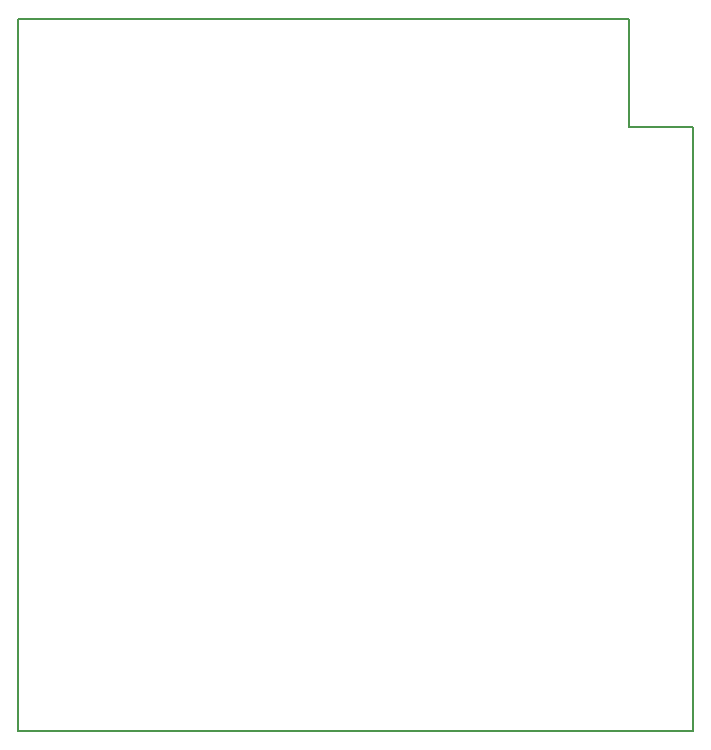
<source format=gbr>
%TF.GenerationSoftware,KiCad,Pcbnew,(6.0.7)*%
%TF.CreationDate,2022-10-26T22:39:22-05:00*%
%TF.ProjectId,SmartSpin2k,536d6172-7453-4706-996e-326b2e6b6963,2.35*%
%TF.SameCoordinates,Original*%
%TF.FileFunction,Profile,NP*%
%FSLAX46Y46*%
G04 Gerber Fmt 4.6, Leading zero omitted, Abs format (unit mm)*
G04 Created by KiCad (PCBNEW (6.0.7)) date 2022-10-26 22:39:22*
%MOMM*%
%LPD*%
G01*
G04 APERTURE LIST*
%TA.AperFunction,Profile*%
%ADD10C,0.150000*%
%TD*%
G04 APERTURE END LIST*
D10*
X51779000Y60310400D02*
X0Y60325000D01*
X51783000Y51180175D02*
X57162600Y51179825D01*
X0Y0D02*
X57150000Y0D01*
X51783000Y51180175D02*
X51779000Y60310400D01*
X0Y60325000D02*
X0Y0D01*
X57162600Y51180000D02*
X57150000Y0D01*
M02*

</source>
